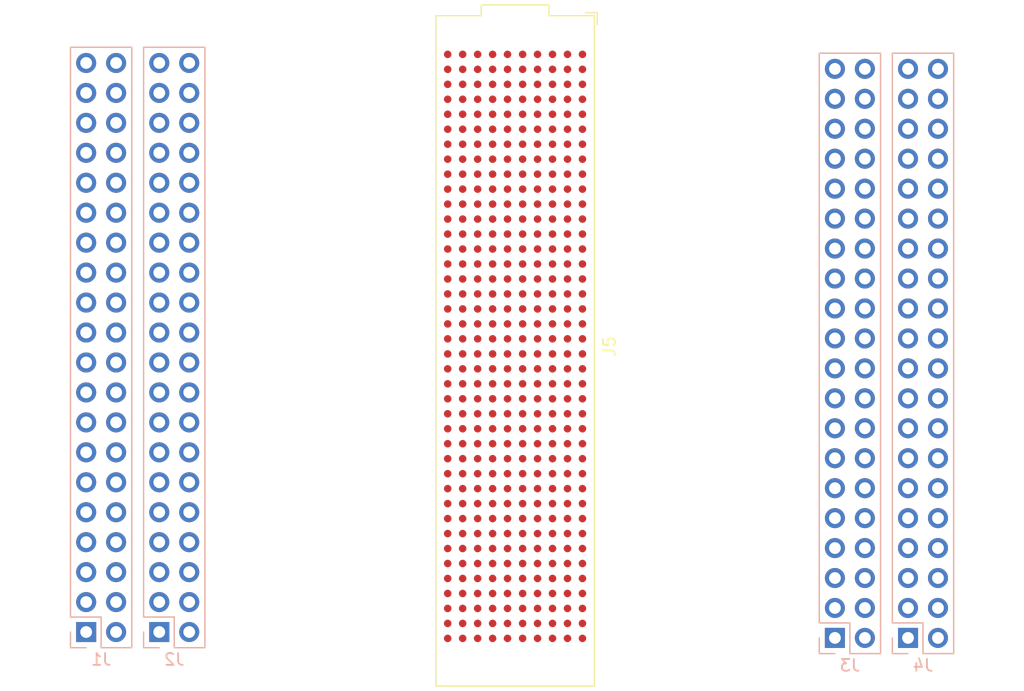
<source format=kicad_pcb>
(kicad_pcb (version 20171130) (host pcbnew 5.0.0-rc3-6a2723a~65~ubuntu16.04.1)

  (general
    (thickness 1.6)
    (drawings 0)
    (tracks 0)
    (zones 0)
    (modules 5)
    (nets 1)
  )

  (page A4)
  (layers
    (0 F.Cu signal)
    (31 B.Cu signal)
    (32 B.Adhes user)
    (33 F.Adhes user)
    (34 B.Paste user)
    (35 F.Paste user)
    (36 B.SilkS user)
    (37 F.SilkS user)
    (38 B.Mask user)
    (39 F.Mask user)
    (40 Dwgs.User user)
    (41 Cmts.User user)
    (42 Eco1.User user)
    (43 Eco2.User user)
    (44 Edge.Cuts user)
    (45 Margin user)
    (46 B.CrtYd user)
    (47 F.CrtYd user)
    (48 B.Fab user)
    (49 F.Fab user)
  )

  (setup
    (last_trace_width 0.25)
    (trace_clearance 0.2)
    (zone_clearance 0.508)
    (zone_45_only no)
    (trace_min 0.2)
    (segment_width 0.2)
    (edge_width 0.15)
    (via_size 0.8)
    (via_drill 0.4)
    (via_min_size 0.4)
    (via_min_drill 0.3)
    (uvia_size 0.3)
    (uvia_drill 0.1)
    (uvias_allowed no)
    (uvia_min_size 0.2)
    (uvia_min_drill 0.1)
    (pcb_text_width 0.3)
    (pcb_text_size 1.5 1.5)
    (mod_edge_width 0.15)
    (mod_text_size 1 1)
    (mod_text_width 0.15)
    (pad_size 1.524 1.524)
    (pad_drill 0.762)
    (pad_to_mask_clearance 0.2)
    (aux_axis_origin 0 0)
    (visible_elements FFFFFF7F)
    (pcbplotparams
      (layerselection 0x010fc_ffffffff)
      (usegerberextensions false)
      (usegerberattributes false)
      (usegerberadvancedattributes false)
      (creategerberjobfile false)
      (excludeedgelayer true)
      (linewidth 0.100000)
      (plotframeref false)
      (viasonmask false)
      (mode 1)
      (useauxorigin false)
      (hpglpennumber 1)
      (hpglpenspeed 20)
      (hpglpendiameter 15.000000)
      (psnegative false)
      (psa4output false)
      (plotreference true)
      (plotvalue true)
      (plotinvisibletext false)
      (padsonsilk false)
      (subtractmaskfromsilk false)
      (outputformat 1)
      (mirror false)
      (drillshape 1)
      (scaleselection 1)
      (outputdirectory ""))
  )

  (net 0 "")

  (net_class Default "This is the default net class."
    (clearance 0.2)
    (trace_width 0.25)
    (via_dia 0.8)
    (via_drill 0.4)
    (uvia_dia 0.3)
    (uvia_drill 0.1)
  )

  (module Connector_PinHeader_2.54mm:PinHeader_2x20_P2.54mm_Vertical (layer B.Cu) (tedit 59FED5CC) (tstamp 5CACB149)
    (at 111.125001 127.225001)
    (descr "Through hole straight pin header, 2x20, 2.54mm pitch, double rows")
    (tags "Through hole pin header THT 2x20 2.54mm double row")
    (path /5CA0FCBC/5CA0FC00)
    (fp_text reference J1 (at 1.27 2.33) (layer B.SilkS)
      (effects (font (size 1 1) (thickness 0.15)) (justify mirror))
    )
    (fp_text value Conn_02x20_Odd_Even (at 1.27 -50.59) (layer B.Fab)
      (effects (font (size 1 1) (thickness 0.15)) (justify mirror))
    )
    (fp_line (start 0 1.27) (end 3.81 1.27) (layer B.Fab) (width 0.1))
    (fp_line (start 3.81 1.27) (end 3.81 -49.53) (layer B.Fab) (width 0.1))
    (fp_line (start 3.81 -49.53) (end -1.27 -49.53) (layer B.Fab) (width 0.1))
    (fp_line (start -1.27 -49.53) (end -1.27 0) (layer B.Fab) (width 0.1))
    (fp_line (start -1.27 0) (end 0 1.27) (layer B.Fab) (width 0.1))
    (fp_line (start -1.33 -49.59) (end 3.87 -49.59) (layer B.SilkS) (width 0.12))
    (fp_line (start -1.33 -1.27) (end -1.33 -49.59) (layer B.SilkS) (width 0.12))
    (fp_line (start 3.87 1.33) (end 3.87 -49.59) (layer B.SilkS) (width 0.12))
    (fp_line (start -1.33 -1.27) (end 1.27 -1.27) (layer B.SilkS) (width 0.12))
    (fp_line (start 1.27 -1.27) (end 1.27 1.33) (layer B.SilkS) (width 0.12))
    (fp_line (start 1.27 1.33) (end 3.87 1.33) (layer B.SilkS) (width 0.12))
    (fp_line (start -1.33 0) (end -1.33 1.33) (layer B.SilkS) (width 0.12))
    (fp_line (start -1.33 1.33) (end 0 1.33) (layer B.SilkS) (width 0.12))
    (fp_line (start -1.8 1.8) (end -1.8 -50.05) (layer B.CrtYd) (width 0.05))
    (fp_line (start -1.8 -50.05) (end 4.35 -50.05) (layer B.CrtYd) (width 0.05))
    (fp_line (start 4.35 -50.05) (end 4.35 1.8) (layer B.CrtYd) (width 0.05))
    (fp_line (start 4.35 1.8) (end -1.8 1.8) (layer B.CrtYd) (width 0.05))
    (fp_text user %R (at 1.27 -24.13 -90) (layer B.Fab)
      (effects (font (size 1 1) (thickness 0.15)) (justify mirror))
    )
    (pad 1 thru_hole rect (at 0 0) (size 1.7 1.7) (drill 1) (layers *.Cu *.Mask))
    (pad 2 thru_hole oval (at 2.54 0) (size 1.7 1.7) (drill 1) (layers *.Cu *.Mask))
    (pad 3 thru_hole oval (at 0 -2.54) (size 1.7 1.7) (drill 1) (layers *.Cu *.Mask))
    (pad 4 thru_hole oval (at 2.54 -2.54) (size 1.7 1.7) (drill 1) (layers *.Cu *.Mask))
    (pad 5 thru_hole oval (at 0 -5.08) (size 1.7 1.7) (drill 1) (layers *.Cu *.Mask))
    (pad 6 thru_hole oval (at 2.54 -5.08) (size 1.7 1.7) (drill 1) (layers *.Cu *.Mask))
    (pad 7 thru_hole oval (at 0 -7.62) (size 1.7 1.7) (drill 1) (layers *.Cu *.Mask))
    (pad 8 thru_hole oval (at 2.54 -7.62) (size 1.7 1.7) (drill 1) (layers *.Cu *.Mask))
    (pad 9 thru_hole oval (at 0 -10.16) (size 1.7 1.7) (drill 1) (layers *.Cu *.Mask))
    (pad 10 thru_hole oval (at 2.54 -10.16) (size 1.7 1.7) (drill 1) (layers *.Cu *.Mask))
    (pad 11 thru_hole oval (at 0 -12.7) (size 1.7 1.7) (drill 1) (layers *.Cu *.Mask))
    (pad 12 thru_hole oval (at 2.54 -12.7) (size 1.7 1.7) (drill 1) (layers *.Cu *.Mask))
    (pad 13 thru_hole oval (at 0 -15.24) (size 1.7 1.7) (drill 1) (layers *.Cu *.Mask))
    (pad 14 thru_hole oval (at 2.54 -15.24) (size 1.7 1.7) (drill 1) (layers *.Cu *.Mask))
    (pad 15 thru_hole oval (at 0 -17.78) (size 1.7 1.7) (drill 1) (layers *.Cu *.Mask))
    (pad 16 thru_hole oval (at 2.54 -17.78) (size 1.7 1.7) (drill 1) (layers *.Cu *.Mask))
    (pad 17 thru_hole oval (at 0 -20.32) (size 1.7 1.7) (drill 1) (layers *.Cu *.Mask))
    (pad 18 thru_hole oval (at 2.54 -20.32) (size 1.7 1.7) (drill 1) (layers *.Cu *.Mask))
    (pad 19 thru_hole oval (at 0 -22.86) (size 1.7 1.7) (drill 1) (layers *.Cu *.Mask))
    (pad 20 thru_hole oval (at 2.54 -22.86) (size 1.7 1.7) (drill 1) (layers *.Cu *.Mask))
    (pad 21 thru_hole oval (at 0 -25.4) (size 1.7 1.7) (drill 1) (layers *.Cu *.Mask))
    (pad 22 thru_hole oval (at 2.54 -25.4) (size 1.7 1.7) (drill 1) (layers *.Cu *.Mask))
    (pad 23 thru_hole oval (at 0 -27.94) (size 1.7 1.7) (drill 1) (layers *.Cu *.Mask))
    (pad 24 thru_hole oval (at 2.54 -27.94) (size 1.7 1.7) (drill 1) (layers *.Cu *.Mask))
    (pad 25 thru_hole oval (at 0 -30.48) (size 1.7 1.7) (drill 1) (layers *.Cu *.Mask))
    (pad 26 thru_hole oval (at 2.54 -30.48) (size 1.7 1.7) (drill 1) (layers *.Cu *.Mask))
    (pad 27 thru_hole oval (at 0 -33.02) (size 1.7 1.7) (drill 1) (layers *.Cu *.Mask))
    (pad 28 thru_hole oval (at 2.54 -33.02) (size 1.7 1.7) (drill 1) (layers *.Cu *.Mask))
    (pad 29 thru_hole oval (at 0 -35.56) (size 1.7 1.7) (drill 1) (layers *.Cu *.Mask))
    (pad 30 thru_hole oval (at 2.54 -35.56) (size 1.7 1.7) (drill 1) (layers *.Cu *.Mask))
    (pad 31 thru_hole oval (at 0 -38.1) (size 1.7 1.7) (drill 1) (layers *.Cu *.Mask))
    (pad 32 thru_hole oval (at 2.54 -38.1) (size 1.7 1.7) (drill 1) (layers *.Cu *.Mask))
    (pad 33 thru_hole oval (at 0 -40.64) (size 1.7 1.7) (drill 1) (layers *.Cu *.Mask))
    (pad 34 thru_hole oval (at 2.54 -40.64) (size 1.7 1.7) (drill 1) (layers *.Cu *.Mask))
    (pad 35 thru_hole oval (at 0 -43.18) (size 1.7 1.7) (drill 1) (layers *.Cu *.Mask))
    (pad 36 thru_hole oval (at 2.54 -43.18) (size 1.7 1.7) (drill 1) (layers *.Cu *.Mask))
    (pad 37 thru_hole oval (at 0 -45.72) (size 1.7 1.7) (drill 1) (layers *.Cu *.Mask))
    (pad 38 thru_hole oval (at 2.54 -45.72) (size 1.7 1.7) (drill 1) (layers *.Cu *.Mask))
    (pad 39 thru_hole oval (at 0 -48.26) (size 1.7 1.7) (drill 1) (layers *.Cu *.Mask))
    (pad 40 thru_hole oval (at 2.54 -48.26) (size 1.7 1.7) (drill 1) (layers *.Cu *.Mask))
    (model ${KISYS3DMOD}/Connector_PinHeader_2.54mm.3dshapes/PinHeader_2x20_P2.54mm_Vertical.wrl
      (at (xyz 0 0 0))
      (scale (xyz 1 1 1))
      (rotate (xyz 0 0 0))
    )
  )

  (module Connector_PinHeader_2.54mm:PinHeader_2x20_P2.54mm_Vertical (layer B.Cu) (tedit 59FED5CC) (tstamp 5CACB187)
    (at 117.325001 127.225001)
    (descr "Through hole straight pin header, 2x20, 2.54mm pitch, double rows")
    (tags "Through hole pin header THT 2x20 2.54mm double row")
    (path /5CA0FCBC/5CA0FCB9)
    (fp_text reference J2 (at 1.27 2.33) (layer B.SilkS)
      (effects (font (size 1 1) (thickness 0.15)) (justify mirror))
    )
    (fp_text value Conn_02x20_Odd_Even (at 1.27 -50.59) (layer B.Fab)
      (effects (font (size 1 1) (thickness 0.15)) (justify mirror))
    )
    (fp_text user %R (at 1.27 -24.13 -90) (layer B.Fab)
      (effects (font (size 1 1) (thickness 0.15)) (justify mirror))
    )
    (fp_line (start 4.35 1.8) (end -1.8 1.8) (layer B.CrtYd) (width 0.05))
    (fp_line (start 4.35 -50.05) (end 4.35 1.8) (layer B.CrtYd) (width 0.05))
    (fp_line (start -1.8 -50.05) (end 4.35 -50.05) (layer B.CrtYd) (width 0.05))
    (fp_line (start -1.8 1.8) (end -1.8 -50.05) (layer B.CrtYd) (width 0.05))
    (fp_line (start -1.33 1.33) (end 0 1.33) (layer B.SilkS) (width 0.12))
    (fp_line (start -1.33 0) (end -1.33 1.33) (layer B.SilkS) (width 0.12))
    (fp_line (start 1.27 1.33) (end 3.87 1.33) (layer B.SilkS) (width 0.12))
    (fp_line (start 1.27 -1.27) (end 1.27 1.33) (layer B.SilkS) (width 0.12))
    (fp_line (start -1.33 -1.27) (end 1.27 -1.27) (layer B.SilkS) (width 0.12))
    (fp_line (start 3.87 1.33) (end 3.87 -49.59) (layer B.SilkS) (width 0.12))
    (fp_line (start -1.33 -1.27) (end -1.33 -49.59) (layer B.SilkS) (width 0.12))
    (fp_line (start -1.33 -49.59) (end 3.87 -49.59) (layer B.SilkS) (width 0.12))
    (fp_line (start -1.27 0) (end 0 1.27) (layer B.Fab) (width 0.1))
    (fp_line (start -1.27 -49.53) (end -1.27 0) (layer B.Fab) (width 0.1))
    (fp_line (start 3.81 -49.53) (end -1.27 -49.53) (layer B.Fab) (width 0.1))
    (fp_line (start 3.81 1.27) (end 3.81 -49.53) (layer B.Fab) (width 0.1))
    (fp_line (start 0 1.27) (end 3.81 1.27) (layer B.Fab) (width 0.1))
    (pad 40 thru_hole oval (at 2.54 -48.26) (size 1.7 1.7) (drill 1) (layers *.Cu *.Mask))
    (pad 39 thru_hole oval (at 0 -48.26) (size 1.7 1.7) (drill 1) (layers *.Cu *.Mask))
    (pad 38 thru_hole oval (at 2.54 -45.72) (size 1.7 1.7) (drill 1) (layers *.Cu *.Mask))
    (pad 37 thru_hole oval (at 0 -45.72) (size 1.7 1.7) (drill 1) (layers *.Cu *.Mask))
    (pad 36 thru_hole oval (at 2.54 -43.18) (size 1.7 1.7) (drill 1) (layers *.Cu *.Mask))
    (pad 35 thru_hole oval (at 0 -43.18) (size 1.7 1.7) (drill 1) (layers *.Cu *.Mask))
    (pad 34 thru_hole oval (at 2.54 -40.64) (size 1.7 1.7) (drill 1) (layers *.Cu *.Mask))
    (pad 33 thru_hole oval (at 0 -40.64) (size 1.7 1.7) (drill 1) (layers *.Cu *.Mask))
    (pad 32 thru_hole oval (at 2.54 -38.1) (size 1.7 1.7) (drill 1) (layers *.Cu *.Mask))
    (pad 31 thru_hole oval (at 0 -38.1) (size 1.7 1.7) (drill 1) (layers *.Cu *.Mask))
    (pad 30 thru_hole oval (at 2.54 -35.56) (size 1.7 1.7) (drill 1) (layers *.Cu *.Mask))
    (pad 29 thru_hole oval (at 0 -35.56) (size 1.7 1.7) (drill 1) (layers *.Cu *.Mask))
    (pad 28 thru_hole oval (at 2.54 -33.02) (size 1.7 1.7) (drill 1) (layers *.Cu *.Mask))
    (pad 27 thru_hole oval (at 0 -33.02) (size 1.7 1.7) (drill 1) (layers *.Cu *.Mask))
    (pad 26 thru_hole oval (at 2.54 -30.48) (size 1.7 1.7) (drill 1) (layers *.Cu *.Mask))
    (pad 25 thru_hole oval (at 0 -30.48) (size 1.7 1.7) (drill 1) (layers *.Cu *.Mask))
    (pad 24 thru_hole oval (at 2.54 -27.94) (size 1.7 1.7) (drill 1) (layers *.Cu *.Mask))
    (pad 23 thru_hole oval (at 0 -27.94) (size 1.7 1.7) (drill 1) (layers *.Cu *.Mask))
    (pad 22 thru_hole oval (at 2.54 -25.4) (size 1.7 1.7) (drill 1) (layers *.Cu *.Mask))
    (pad 21 thru_hole oval (at 0 -25.4) (size 1.7 1.7) (drill 1) (layers *.Cu *.Mask))
    (pad 20 thru_hole oval (at 2.54 -22.86) (size 1.7 1.7) (drill 1) (layers *.Cu *.Mask))
    (pad 19 thru_hole oval (at 0 -22.86) (size 1.7 1.7) (drill 1) (layers *.Cu *.Mask))
    (pad 18 thru_hole oval (at 2.54 -20.32) (size 1.7 1.7) (drill 1) (layers *.Cu *.Mask))
    (pad 17 thru_hole oval (at 0 -20.32) (size 1.7 1.7) (drill 1) (layers *.Cu *.Mask))
    (pad 16 thru_hole oval (at 2.54 -17.78) (size 1.7 1.7) (drill 1) (layers *.Cu *.Mask))
    (pad 15 thru_hole oval (at 0 -17.78) (size 1.7 1.7) (drill 1) (layers *.Cu *.Mask))
    (pad 14 thru_hole oval (at 2.54 -15.24) (size 1.7 1.7) (drill 1) (layers *.Cu *.Mask))
    (pad 13 thru_hole oval (at 0 -15.24) (size 1.7 1.7) (drill 1) (layers *.Cu *.Mask))
    (pad 12 thru_hole oval (at 2.54 -12.7) (size 1.7 1.7) (drill 1) (layers *.Cu *.Mask))
    (pad 11 thru_hole oval (at 0 -12.7) (size 1.7 1.7) (drill 1) (layers *.Cu *.Mask))
    (pad 10 thru_hole oval (at 2.54 -10.16) (size 1.7 1.7) (drill 1) (layers *.Cu *.Mask))
    (pad 9 thru_hole oval (at 0 -10.16) (size 1.7 1.7) (drill 1) (layers *.Cu *.Mask))
    (pad 8 thru_hole oval (at 2.54 -7.62) (size 1.7 1.7) (drill 1) (layers *.Cu *.Mask))
    (pad 7 thru_hole oval (at 0 -7.62) (size 1.7 1.7) (drill 1) (layers *.Cu *.Mask))
    (pad 6 thru_hole oval (at 2.54 -5.08) (size 1.7 1.7) (drill 1) (layers *.Cu *.Mask))
    (pad 5 thru_hole oval (at 0 -5.08) (size 1.7 1.7) (drill 1) (layers *.Cu *.Mask))
    (pad 4 thru_hole oval (at 2.54 -2.54) (size 1.7 1.7) (drill 1) (layers *.Cu *.Mask))
    (pad 3 thru_hole oval (at 0 -2.54) (size 1.7 1.7) (drill 1) (layers *.Cu *.Mask))
    (pad 2 thru_hole oval (at 2.54 0) (size 1.7 1.7) (drill 1) (layers *.Cu *.Mask))
    (pad 1 thru_hole rect (at 0 0) (size 1.7 1.7) (drill 1) (layers *.Cu *.Mask))
    (model ${KISYS3DMOD}/Connector_PinHeader_2.54mm.3dshapes/PinHeader_2x20_P2.54mm_Vertical.wrl
      (at (xyz 0 0 0))
      (scale (xyz 1 1 1))
      (rotate (xyz 0 0 0))
    )
  )

  (module Connector_PinHeader_2.54mm:PinHeader_2x20_P2.54mm_Vertical (layer B.Cu) (tedit 59FED5CC) (tstamp 5CACB1C5)
    (at 174.625001 127.725001)
    (descr "Through hole straight pin header, 2x20, 2.54mm pitch, double rows")
    (tags "Through hole pin header THT 2x20 2.54mm double row")
    (path /5CA0FCBC/5CA0FD17)
    (fp_text reference J3 (at 1.27 2.33) (layer B.SilkS)
      (effects (font (size 1 1) (thickness 0.15)) (justify mirror))
    )
    (fp_text value Conn_02x20_Odd_Even (at 1.27 -50.59) (layer B.Fab)
      (effects (font (size 1 1) (thickness 0.15)) (justify mirror))
    )
    (fp_line (start 0 1.27) (end 3.81 1.27) (layer B.Fab) (width 0.1))
    (fp_line (start 3.81 1.27) (end 3.81 -49.53) (layer B.Fab) (width 0.1))
    (fp_line (start 3.81 -49.53) (end -1.27 -49.53) (layer B.Fab) (width 0.1))
    (fp_line (start -1.27 -49.53) (end -1.27 0) (layer B.Fab) (width 0.1))
    (fp_line (start -1.27 0) (end 0 1.27) (layer B.Fab) (width 0.1))
    (fp_line (start -1.33 -49.59) (end 3.87 -49.59) (layer B.SilkS) (width 0.12))
    (fp_line (start -1.33 -1.27) (end -1.33 -49.59) (layer B.SilkS) (width 0.12))
    (fp_line (start 3.87 1.33) (end 3.87 -49.59) (layer B.SilkS) (width 0.12))
    (fp_line (start -1.33 -1.27) (end 1.27 -1.27) (layer B.SilkS) (width 0.12))
    (fp_line (start 1.27 -1.27) (end 1.27 1.33) (layer B.SilkS) (width 0.12))
    (fp_line (start 1.27 1.33) (end 3.87 1.33) (layer B.SilkS) (width 0.12))
    (fp_line (start -1.33 0) (end -1.33 1.33) (layer B.SilkS) (width 0.12))
    (fp_line (start -1.33 1.33) (end 0 1.33) (layer B.SilkS) (width 0.12))
    (fp_line (start -1.8 1.8) (end -1.8 -50.05) (layer B.CrtYd) (width 0.05))
    (fp_line (start -1.8 -50.05) (end 4.35 -50.05) (layer B.CrtYd) (width 0.05))
    (fp_line (start 4.35 -50.05) (end 4.35 1.8) (layer B.CrtYd) (width 0.05))
    (fp_line (start 4.35 1.8) (end -1.8 1.8) (layer B.CrtYd) (width 0.05))
    (fp_text user %R (at 1.27 -24.13 -90) (layer B.Fab)
      (effects (font (size 1 1) (thickness 0.15)) (justify mirror))
    )
    (pad 1 thru_hole rect (at 0 0) (size 1.7 1.7) (drill 1) (layers *.Cu *.Mask))
    (pad 2 thru_hole oval (at 2.54 0) (size 1.7 1.7) (drill 1) (layers *.Cu *.Mask))
    (pad 3 thru_hole oval (at 0 -2.54) (size 1.7 1.7) (drill 1) (layers *.Cu *.Mask))
    (pad 4 thru_hole oval (at 2.54 -2.54) (size 1.7 1.7) (drill 1) (layers *.Cu *.Mask))
    (pad 5 thru_hole oval (at 0 -5.08) (size 1.7 1.7) (drill 1) (layers *.Cu *.Mask))
    (pad 6 thru_hole oval (at 2.54 -5.08) (size 1.7 1.7) (drill 1) (layers *.Cu *.Mask))
    (pad 7 thru_hole oval (at 0 -7.62) (size 1.7 1.7) (drill 1) (layers *.Cu *.Mask))
    (pad 8 thru_hole oval (at 2.54 -7.62) (size 1.7 1.7) (drill 1) (layers *.Cu *.Mask))
    (pad 9 thru_hole oval (at 0 -10.16) (size 1.7 1.7) (drill 1) (layers *.Cu *.Mask))
    (pad 10 thru_hole oval (at 2.54 -10.16) (size 1.7 1.7) (drill 1) (layers *.Cu *.Mask))
    (pad 11 thru_hole oval (at 0 -12.7) (size 1.7 1.7) (drill 1) (layers *.Cu *.Mask))
    (pad 12 thru_hole oval (at 2.54 -12.7) (size 1.7 1.7) (drill 1) (layers *.Cu *.Mask))
    (pad 13 thru_hole oval (at 0 -15.24) (size 1.7 1.7) (drill 1) (layers *.Cu *.Mask))
    (pad 14 thru_hole oval (at 2.54 -15.24) (size 1.7 1.7) (drill 1) (layers *.Cu *.Mask))
    (pad 15 thru_hole oval (at 0 -17.78) (size 1.7 1.7) (drill 1) (layers *.Cu *.Mask))
    (pad 16 thru_hole oval (at 2.54 -17.78) (size 1.7 1.7) (drill 1) (layers *.Cu *.Mask))
    (pad 17 thru_hole oval (at 0 -20.32) (size 1.7 1.7) (drill 1) (layers *.Cu *.Mask))
    (pad 18 thru_hole oval (at 2.54 -20.32) (size 1.7 1.7) (drill 1) (layers *.Cu *.Mask))
    (pad 19 thru_hole oval (at 0 -22.86) (size 1.7 1.7) (drill 1) (layers *.Cu *.Mask))
    (pad 20 thru_hole oval (at 2.54 -22.86) (size 1.7 1.7) (drill 1) (layers *.Cu *.Mask))
    (pad 21 thru_hole oval (at 0 -25.4) (size 1.7 1.7) (drill 1) (layers *.Cu *.Mask))
    (pad 22 thru_hole oval (at 2.54 -25.4) (size 1.7 1.7) (drill 1) (layers *.Cu *.Mask))
    (pad 23 thru_hole oval (at 0 -27.94) (size 1.7 1.7) (drill 1) (layers *.Cu *.Mask))
    (pad 24 thru_hole oval (at 2.54 -27.94) (size 1.7 1.7) (drill 1) (layers *.Cu *.Mask))
    (pad 25 thru_hole oval (at 0 -30.48) (size 1.7 1.7) (drill 1) (layers *.Cu *.Mask))
    (pad 26 thru_hole oval (at 2.54 -30.48) (size 1.7 1.7) (drill 1) (layers *.Cu *.Mask))
    (pad 27 thru_hole oval (at 0 -33.02) (size 1.7 1.7) (drill 1) (layers *.Cu *.Mask))
    (pad 28 thru_hole oval (at 2.54 -33.02) (size 1.7 1.7) (drill 1) (layers *.Cu *.Mask))
    (pad 29 thru_hole oval (at 0 -35.56) (size 1.7 1.7) (drill 1) (layers *.Cu *.Mask))
    (pad 30 thru_hole oval (at 2.54 -35.56) (size 1.7 1.7) (drill 1) (layers *.Cu *.Mask))
    (pad 31 thru_hole oval (at 0 -38.1) (size 1.7 1.7) (drill 1) (layers *.Cu *.Mask))
    (pad 32 thru_hole oval (at 2.54 -38.1) (size 1.7 1.7) (drill 1) (layers *.Cu *.Mask))
    (pad 33 thru_hole oval (at 0 -40.64) (size 1.7 1.7) (drill 1) (layers *.Cu *.Mask))
    (pad 34 thru_hole oval (at 2.54 -40.64) (size 1.7 1.7) (drill 1) (layers *.Cu *.Mask))
    (pad 35 thru_hole oval (at 0 -43.18) (size 1.7 1.7) (drill 1) (layers *.Cu *.Mask))
    (pad 36 thru_hole oval (at 2.54 -43.18) (size 1.7 1.7) (drill 1) (layers *.Cu *.Mask))
    (pad 37 thru_hole oval (at 0 -45.72) (size 1.7 1.7) (drill 1) (layers *.Cu *.Mask))
    (pad 38 thru_hole oval (at 2.54 -45.72) (size 1.7 1.7) (drill 1) (layers *.Cu *.Mask))
    (pad 39 thru_hole oval (at 0 -48.26) (size 1.7 1.7) (drill 1) (layers *.Cu *.Mask))
    (pad 40 thru_hole oval (at 2.54 -48.26) (size 1.7 1.7) (drill 1) (layers *.Cu *.Mask))
    (model ${KISYS3DMOD}/Connector_PinHeader_2.54mm.3dshapes/PinHeader_2x20_P2.54mm_Vertical.wrl
      (at (xyz 0 0 0))
      (scale (xyz 1 1 1))
      (rotate (xyz 0 0 0))
    )
  )

  (module Connector_PinHeader_2.54mm:PinHeader_2x20_P2.54mm_Vertical (layer B.Cu) (tedit 59FED5CC) (tstamp 5CACB203)
    (at 180.825001 127.725001)
    (descr "Through hole straight pin header, 2x20, 2.54mm pitch, double rows")
    (tags "Through hole pin header THT 2x20 2.54mm double row")
    (path /5CA0FCBC/5CA0FDAA)
    (fp_text reference J4 (at 1.27 2.33) (layer B.SilkS)
      (effects (font (size 1 1) (thickness 0.15)) (justify mirror))
    )
    (fp_text value Conn_02x20_Odd_Even (at 1.27 -50.59) (layer B.Fab)
      (effects (font (size 1 1) (thickness 0.15)) (justify mirror))
    )
    (fp_text user %R (at 1.27 -24.13 -90) (layer B.Fab)
      (effects (font (size 1 1) (thickness 0.15)) (justify mirror))
    )
    (fp_line (start 4.35 1.8) (end -1.8 1.8) (layer B.CrtYd) (width 0.05))
    (fp_line (start 4.35 -50.05) (end 4.35 1.8) (layer B.CrtYd) (width 0.05))
    (fp_line (start -1.8 -50.05) (end 4.35 -50.05) (layer B.CrtYd) (width 0.05))
    (fp_line (start -1.8 1.8) (end -1.8 -50.05) (layer B.CrtYd) (width 0.05))
    (fp_line (start -1.33 1.33) (end 0 1.33) (layer B.SilkS) (width 0.12))
    (fp_line (start -1.33 0) (end -1.33 1.33) (layer B.SilkS) (width 0.12))
    (fp_line (start 1.27 1.33) (end 3.87 1.33) (layer B.SilkS) (width 0.12))
    (fp_line (start 1.27 -1.27) (end 1.27 1.33) (layer B.SilkS) (width 0.12))
    (fp_line (start -1.33 -1.27) (end 1.27 -1.27) (layer B.SilkS) (width 0.12))
    (fp_line (start 3.87 1.33) (end 3.87 -49.59) (layer B.SilkS) (width 0.12))
    (fp_line (start -1.33 -1.27) (end -1.33 -49.59) (layer B.SilkS) (width 0.12))
    (fp_line (start -1.33 -49.59) (end 3.87 -49.59) (layer B.SilkS) (width 0.12))
    (fp_line (start -1.27 0) (end 0 1.27) (layer B.Fab) (width 0.1))
    (fp_line (start -1.27 -49.53) (end -1.27 0) (layer B.Fab) (width 0.1))
    (fp_line (start 3.81 -49.53) (end -1.27 -49.53) (layer B.Fab) (width 0.1))
    (fp_line (start 3.81 1.27) (end 3.81 -49.53) (layer B.Fab) (width 0.1))
    (fp_line (start 0 1.27) (end 3.81 1.27) (layer B.Fab) (width 0.1))
    (pad 40 thru_hole oval (at 2.54 -48.26) (size 1.7 1.7) (drill 1) (layers *.Cu *.Mask))
    (pad 39 thru_hole oval (at 0 -48.26) (size 1.7 1.7) (drill 1) (layers *.Cu *.Mask))
    (pad 38 thru_hole oval (at 2.54 -45.72) (size 1.7 1.7) (drill 1) (layers *.Cu *.Mask))
    (pad 37 thru_hole oval (at 0 -45.72) (size 1.7 1.7) (drill 1) (layers *.Cu *.Mask))
    (pad 36 thru_hole oval (at 2.54 -43.18) (size 1.7 1.7) (drill 1) (layers *.Cu *.Mask))
    (pad 35 thru_hole oval (at 0 -43.18) (size 1.7 1.7) (drill 1) (layers *.Cu *.Mask))
    (pad 34 thru_hole oval (at 2.54 -40.64) (size 1.7 1.7) (drill 1) (layers *.Cu *.Mask))
    (pad 33 thru_hole oval (at 0 -40.64) (size 1.7 1.7) (drill 1) (layers *.Cu *.Mask))
    (pad 32 thru_hole oval (at 2.54 -38.1) (size 1.7 1.7) (drill 1) (layers *.Cu *.Mask))
    (pad 31 thru_hole oval (at 0 -38.1) (size 1.7 1.7) (drill 1) (layers *.Cu *.Mask))
    (pad 30 thru_hole oval (at 2.54 -35.56) (size 1.7 1.7) (drill 1) (layers *.Cu *.Mask))
    (pad 29 thru_hole oval (at 0 -35.56) (size 1.7 1.7) (drill 1) (layers *.Cu *.Mask))
    (pad 28 thru_hole oval (at 2.54 -33.02) (size 1.7 1.7) (drill 1) (layers *.Cu *.Mask))
    (pad 27 thru_hole oval (at 0 -33.02) (size 1.7 1.7) (drill 1) (layers *.Cu *.Mask))
    (pad 26 thru_hole oval (at 2.54 -30.48) (size 1.7 1.7) (drill 1) (layers *.Cu *.Mask))
    (pad 25 thru_hole oval (at 0 -30.48) (size 1.7 1.7) (drill 1) (layers *.Cu *.Mask))
    (pad 24 thru_hole oval (at 2.54 -27.94) (size 1.7 1.7) (drill 1) (layers *.Cu *.Mask))
    (pad 23 thru_hole oval (at 0 -27.94) (size 1.7 1.7) (drill 1) (layers *.Cu *.Mask))
    (pad 22 thru_hole oval (at 2.54 -25.4) (size 1.7 1.7) (drill 1) (layers *.Cu *.Mask))
    (pad 21 thru_hole oval (at 0 -25.4) (size 1.7 1.7) (drill 1) (layers *.Cu *.Mask))
    (pad 20 thru_hole oval (at 2.54 -22.86) (size 1.7 1.7) (drill 1) (layers *.Cu *.Mask))
    (pad 19 thru_hole oval (at 0 -22.86) (size 1.7 1.7) (drill 1) (layers *.Cu *.Mask))
    (pad 18 thru_hole oval (at 2.54 -20.32) (size 1.7 1.7) (drill 1) (layers *.Cu *.Mask))
    (pad 17 thru_hole oval (at 0 -20.32) (size 1.7 1.7) (drill 1) (layers *.Cu *.Mask))
    (pad 16 thru_hole oval (at 2.54 -17.78) (size 1.7 1.7) (drill 1) (layers *.Cu *.Mask))
    (pad 15 thru_hole oval (at 0 -17.78) (size 1.7 1.7) (drill 1) (layers *.Cu *.Mask))
    (pad 14 thru_hole oval (at 2.54 -15.24) (size 1.7 1.7) (drill 1) (layers *.Cu *.Mask))
    (pad 13 thru_hole oval (at 0 -15.24) (size 1.7 1.7) (drill 1) (layers *.Cu *.Mask))
    (pad 12 thru_hole oval (at 2.54 -12.7) (size 1.7 1.7) (drill 1) (layers *.Cu *.Mask))
    (pad 11 thru_hole oval (at 0 -12.7) (size 1.7 1.7) (drill 1) (layers *.Cu *.Mask))
    (pad 10 thru_hole oval (at 2.54 -10.16) (size 1.7 1.7) (drill 1) (layers *.Cu *.Mask))
    (pad 9 thru_hole oval (at 0 -10.16) (size 1.7 1.7) (drill 1) (layers *.Cu *.Mask))
    (pad 8 thru_hole oval (at 2.54 -7.62) (size 1.7 1.7) (drill 1) (layers *.Cu *.Mask))
    (pad 7 thru_hole oval (at 0 -7.62) (size 1.7 1.7) (drill 1) (layers *.Cu *.Mask))
    (pad 6 thru_hole oval (at 2.54 -5.08) (size 1.7 1.7) (drill 1) (layers *.Cu *.Mask))
    (pad 5 thru_hole oval (at 0 -5.08) (size 1.7 1.7) (drill 1) (layers *.Cu *.Mask))
    (pad 4 thru_hole oval (at 2.54 -2.54) (size 1.7 1.7) (drill 1) (layers *.Cu *.Mask))
    (pad 3 thru_hole oval (at 0 -2.54) (size 1.7 1.7) (drill 1) (layers *.Cu *.Mask))
    (pad 2 thru_hole oval (at 2.54 0) (size 1.7 1.7) (drill 1) (layers *.Cu *.Mask))
    (pad 1 thru_hole rect (at 0 0) (size 1.7 1.7) (drill 1) (layers *.Cu *.Mask))
    (model ${KISYS3DMOD}/Connector_PinHeader_2.54mm.3dshapes/PinHeader_2x20_P2.54mm_Vertical.wrl
      (at (xyz 0 0 0))
      (scale (xyz 1 1 1))
      (rotate (xyz 0 0 0))
    )
  )

  (module Connector_Samtec:Samtec_FMC_ASP-134486-01_10x40_P1.27mm_Vertical (layer F.Cu) (tedit 5CA0D9B2) (tstamp 5CACB3B1)
    (at 147.5 103 270)
    (descr http://suddendocs.samtec.com/prints/asp-134486-01-mkt.pdf)
    (tags "FMC HPC")
    (path /5CA0FCF6/5CA10294)
    (attr smd)
    (fp_text reference J5 (at 0 -8 270) (layer F.SilkS)
      (effects (font (size 1 1) (thickness 0.15)))
    )
    (fp_text value Samtec_ASP-134486-01 (at 0 9 270) (layer F.Fab)
      (effects (font (size 1 1) (thickness 0.15)))
    )
    (fp_text user %R (at 0.14 0 270) (layer F.Fab)
      (effects (font (size 2 2) (thickness 0.15)))
    )
    (fp_line (start -28.3 -6.97) (end -28.3 -5.97) (layer F.SilkS) (width 0.12))
    (fp_line (start -27.3 -6.97) (end -28.3 -6.97) (layer F.SilkS) (width 0.12))
    (fp_line (start -29.35 -7.22) (end 29.2 -7.22) (layer F.CrtYd) (width 0.05))
    (fp_line (start -29.35 -7.22) (end -29.35 7.22) (layer F.CrtYd) (width 0.05))
    (fp_line (start -29.35 7.22) (end 29.2 7.22) (layer F.CrtYd) (width 0.05))
    (fp_line (start 29.2 -7.22) (end 29.2 7.22) (layer F.CrtYd) (width 0.05))
    (fp_line (start -28.04 -6.72) (end 28.81 -6.72) (layer F.SilkS) (width 0.12))
    (fp_line (start -28.04 -2.87) (end -28.04 -6.72) (layer F.SilkS) (width 0.12))
    (fp_line (start -28.93 -2.87) (end -28.07 -2.87) (layer F.SilkS) (width 0.12))
    (fp_line (start -28.96 2.87) (end -28.96 -2.87) (layer F.SilkS) (width 0.12))
    (fp_line (start -28.04 2.87) (end -28.96 2.87) (layer F.SilkS) (width 0.12))
    (fp_line (start -28.04 6.72) (end -28.04 2.87) (layer F.SilkS) (width 0.12))
    (fp_line (start 28.81 6.72) (end -28.04 6.72) (layer F.SilkS) (width 0.12))
    (fp_line (start 28.81 -6.72) (end 28.81 6.72) (layer F.SilkS) (width 0.12))
    (fp_line (start -26.95 -6.61) (end -27.93 -5.6) (layer F.Fab) (width 0.1))
    (fp_line (start -27.93 2.76) (end -27.93 6.61) (layer F.Fab) (width 0.1))
    (fp_line (start -27.93 -2.76) (end -27.93 -5.6) (layer F.Fab) (width 0.1))
    (fp_line (start -27.93 2.76) (end -28.85 2.76) (layer F.Fab) (width 0.1))
    (fp_line (start -28.85 -2.76) (end -28.85 2.76) (layer F.Fab) (width 0.1))
    (fp_line (start -27.93 -2.76) (end -28.85 -2.76) (layer F.Fab) (width 0.1))
    (fp_line (start 28.7 6.61) (end -27.93 6.61) (layer F.Fab) (width 0.1))
    (fp_line (start 28.7 -6.61) (end -26.95 -6.61) (layer F.Fab) (width 0.1))
    (fp_line (start 28.7 -6.61) (end 28.7 6.61) (layer F.Fab) (width 0.1))
    (pad C1 smd circle (at -24.765 -3.175 270) (size 0.64 0.64) (layers F.Cu F.Paste F.Mask))
    (pad C2 smd circle (at -23.495 -3.175 270) (size 0.64 0.64) (layers F.Cu F.Paste F.Mask))
    (pad C3 smd circle (at -22.225 -3.175 270) (size 0.64 0.64) (layers F.Cu F.Paste F.Mask))
    (pad C4 smd circle (at -20.955 -3.175 270) (size 0.64 0.64) (layers F.Cu F.Paste F.Mask))
    (pad C5 smd circle (at -19.685 -3.175 270) (size 0.64 0.64) (layers F.Cu F.Paste F.Mask))
    (pad C6 smd circle (at -18.415 -3.175 270) (size 0.64 0.64) (layers F.Cu F.Paste F.Mask))
    (pad C7 smd circle (at -17.145 -3.175 270) (size 0.64 0.64) (layers F.Cu F.Paste F.Mask))
    (pad C8 smd circle (at -15.875 -3.175 270) (size 0.64 0.64) (layers F.Cu F.Paste F.Mask))
    (pad C9 smd circle (at -14.605 -3.175 270) (size 0.64 0.64) (layers F.Cu F.Paste F.Mask))
    (pad C10 smd circle (at -13.335 -3.175 270) (size 0.64 0.64) (layers F.Cu F.Paste F.Mask))
    (pad C11 smd circle (at -12.065 -3.175 270) (size 0.64 0.64) (layers F.Cu F.Paste F.Mask))
    (pad C12 smd circle (at -10.795 -3.175 270) (size 0.64 0.64) (layers F.Cu F.Paste F.Mask))
    (pad C13 smd circle (at -9.525 -3.175 270) (size 0.64 0.64) (layers F.Cu F.Paste F.Mask))
    (pad C14 smd circle (at -8.255 -3.175 270) (size 0.64 0.64) (layers F.Cu F.Paste F.Mask))
    (pad C15 smd circle (at -6.985 -3.175 270) (size 0.64 0.64) (layers F.Cu F.Paste F.Mask))
    (pad C16 smd circle (at -5.715 -3.175 270) (size 0.64 0.64) (layers F.Cu F.Paste F.Mask))
    (pad C17 smd circle (at -4.445 -3.175 270) (size 0.64 0.64) (layers F.Cu F.Paste F.Mask))
    (pad C18 smd circle (at -3.175 -3.175 270) (size 0.64 0.64) (layers F.Cu F.Paste F.Mask))
    (pad C19 smd circle (at -1.905 -3.175 270) (size 0.64 0.64) (layers F.Cu F.Paste F.Mask))
    (pad C20 smd circle (at -0.64 -3.175 270) (size 0.64 0.64) (layers F.Cu F.Paste F.Mask))
    (pad C40 smd circle (at 24.765 -3.175 270) (size 0.64 0.64) (layers F.Cu F.Paste F.Mask))
    (pad C39 smd circle (at 23.495 -3.175 270) (size 0.64 0.64) (layers F.Cu F.Paste F.Mask))
    (pad C38 smd circle (at 22.225 -3.175 270) (size 0.64 0.64) (layers F.Cu F.Paste F.Mask))
    (pad C37 smd circle (at 20.955 -3.175 270) (size 0.64 0.64) (layers F.Cu F.Paste F.Mask))
    (pad C36 smd circle (at 19.685 -3.175 270) (size 0.64 0.64) (layers F.Cu F.Paste F.Mask))
    (pad C35 smd circle (at 18.415 -3.175 270) (size 0.64 0.64) (layers F.Cu F.Paste F.Mask))
    (pad C34 smd circle (at 17.145 -3.175 270) (size 0.64 0.64) (layers F.Cu F.Paste F.Mask))
    (pad C33 smd circle (at 15.875 -3.175 270) (size 0.64 0.64) (layers F.Cu F.Paste F.Mask))
    (pad C32 smd circle (at 14.605 -3.175 270) (size 0.64 0.64) (layers F.Cu F.Paste F.Mask))
    (pad C31 smd circle (at 13.335 -3.175 270) (size 0.64 0.64) (layers F.Cu F.Paste F.Mask))
    (pad C30 smd circle (at 12.065 -3.175 270) (size 0.64 0.64) (layers F.Cu F.Paste F.Mask))
    (pad C29 smd circle (at 10.795 -3.175 270) (size 0.64 0.64) (layers F.Cu F.Paste F.Mask))
    (pad C28 smd circle (at 9.525 -3.175 270) (size 0.64 0.64) (layers F.Cu F.Paste F.Mask))
    (pad C27 smd circle (at 8.255 -3.175 270) (size 0.64 0.64) (layers F.Cu F.Paste F.Mask))
    (pad C26 smd circle (at 6.985 -3.175 270) (size 0.64 0.64) (layers F.Cu F.Paste F.Mask))
    (pad C25 smd circle (at 5.715 -3.175 270) (size 0.64 0.64) (layers F.Cu F.Paste F.Mask))
    (pad C24 smd circle (at 4.445 -3.175 270) (size 0.64 0.64) (layers F.Cu F.Paste F.Mask))
    (pad C23 smd circle (at 3.175 -3.175 270) (size 0.64 0.64) (layers F.Cu F.Paste F.Mask))
    (pad C22 smd circle (at 1.905 -3.175 270) (size 0.64 0.64) (layers F.Cu F.Paste F.Mask))
    (pad C21 smd circle (at 0.64 -3.175 270) (size 0.64 0.64) (layers F.Cu F.Paste F.Mask))
    (pad D21 smd circle (at 0.64 -1.905 270) (size 0.64 0.64) (layers F.Cu F.Paste F.Mask))
    (pad D22 smd circle (at 1.905 -1.905 270) (size 0.64 0.64) (layers F.Cu F.Paste F.Mask))
    (pad D23 smd circle (at 3.175 -1.905 270) (size 0.64 0.64) (layers F.Cu F.Paste F.Mask))
    (pad D24 smd circle (at 4.445 -1.905 270) (size 0.64 0.64) (layers F.Cu F.Paste F.Mask))
    (pad D25 smd circle (at 5.715 -1.905 270) (size 0.64 0.64) (layers F.Cu F.Paste F.Mask))
    (pad D26 smd circle (at 6.985 -1.905 270) (size 0.64 0.64) (layers F.Cu F.Paste F.Mask))
    (pad D27 smd circle (at 8.255 -1.905 270) (size 0.64 0.64) (layers F.Cu F.Paste F.Mask))
    (pad D28 smd circle (at 9.525 -1.905 270) (size 0.64 0.64) (layers F.Cu F.Paste F.Mask))
    (pad D29 smd circle (at 10.795 -1.905 270) (size 0.64 0.64) (layers F.Cu F.Paste F.Mask))
    (pad D30 smd circle (at 12.065 -1.905 270) (size 0.64 0.64) (layers F.Cu F.Paste F.Mask))
    (pad D31 smd circle (at 13.335 -1.905 270) (size 0.64 0.64) (layers F.Cu F.Paste F.Mask))
    (pad D32 smd circle (at 14.605 -1.905 270) (size 0.64 0.64) (layers F.Cu F.Paste F.Mask))
    (pad D33 smd circle (at 15.875 -1.905 270) (size 0.64 0.64) (layers F.Cu F.Paste F.Mask))
    (pad D34 smd circle (at 17.145 -1.905 270) (size 0.64 0.64) (layers F.Cu F.Paste F.Mask))
    (pad D35 smd circle (at 18.415 -1.905 270) (size 0.64 0.64) (layers F.Cu F.Paste F.Mask))
    (pad D36 smd circle (at 19.685 -1.905 270) (size 0.64 0.64) (layers F.Cu F.Paste F.Mask))
    (pad D37 smd circle (at 20.955 -1.905 270) (size 0.64 0.64) (layers F.Cu F.Paste F.Mask))
    (pad D38 smd circle (at 22.225 -1.905 270) (size 0.64 0.64) (layers F.Cu F.Paste F.Mask))
    (pad D39 smd circle (at 23.495 -1.905 270) (size 0.64 0.64) (layers F.Cu F.Paste F.Mask))
    (pad D40 smd circle (at 24.765 -1.905 270) (size 0.64 0.64) (layers F.Cu F.Paste F.Mask))
    (pad D20 smd circle (at -0.64 -1.905 270) (size 0.64 0.64) (layers F.Cu F.Paste F.Mask))
    (pad D19 smd circle (at -1.905 -1.905 270) (size 0.64 0.64) (layers F.Cu F.Paste F.Mask))
    (pad D18 smd circle (at -3.175 -1.905 270) (size 0.64 0.64) (layers F.Cu F.Paste F.Mask))
    (pad D17 smd circle (at -4.445 -1.905 270) (size 0.64 0.64) (layers F.Cu F.Paste F.Mask))
    (pad D16 smd circle (at -5.715 -1.905 270) (size 0.64 0.64) (layers F.Cu F.Paste F.Mask))
    (pad D15 smd circle (at -6.985 -1.905 270) (size 0.64 0.64) (layers F.Cu F.Paste F.Mask))
    (pad D14 smd circle (at -8.255 -1.905 270) (size 0.64 0.64) (layers F.Cu F.Paste F.Mask))
    (pad D13 smd circle (at -9.525 -1.905 270) (size 0.64 0.64) (layers F.Cu F.Paste F.Mask))
    (pad D12 smd circle (at -10.795 -1.905 270) (size 0.64 0.64) (layers F.Cu F.Paste F.Mask))
    (pad D11 smd circle (at -12.065 -1.905 270) (size 0.64 0.64) (layers F.Cu F.Paste F.Mask))
    (pad D10 smd circle (at -13.335 -1.905 270) (size 0.64 0.64) (layers F.Cu F.Paste F.Mask))
    (pad D9 smd circle (at -14.605 -1.905 270) (size 0.64 0.64) (layers F.Cu F.Paste F.Mask))
    (pad D8 smd circle (at -15.875 -1.905 270) (size 0.64 0.64) (layers F.Cu F.Paste F.Mask))
    (pad D7 smd circle (at -17.145 -1.905 270) (size 0.64 0.64) (layers F.Cu F.Paste F.Mask))
    (pad D6 smd circle (at -18.415 -1.905 270) (size 0.64 0.64) (layers F.Cu F.Paste F.Mask))
    (pad D5 smd circle (at -19.685 -1.905 270) (size 0.64 0.64) (layers F.Cu F.Paste F.Mask))
    (pad D4 smd circle (at -20.955 -1.905 270) (size 0.64 0.64) (layers F.Cu F.Paste F.Mask))
    (pad D3 smd circle (at -22.225 -1.905 270) (size 0.64 0.64) (layers F.Cu F.Paste F.Mask))
    (pad D2 smd circle (at -23.495 -1.905 270) (size 0.64 0.64) (layers F.Cu F.Paste F.Mask))
    (pad D1 smd circle (at -24.765 -1.905 270) (size 0.64 0.64) (layers F.Cu F.Paste F.Mask))
    (pad H1 smd circle (at -24.765 3.175 270) (size 0.64 0.64) (layers F.Cu F.Paste F.Mask))
    (pad H2 smd circle (at -23.495 3.175 270) (size 0.64 0.64) (layers F.Cu F.Paste F.Mask))
    (pad H3 smd circle (at -22.225 3.175 270) (size 0.64 0.64) (layers F.Cu F.Paste F.Mask))
    (pad H4 smd circle (at -20.955 3.175 270) (size 0.64 0.64) (layers F.Cu F.Paste F.Mask))
    (pad H5 smd circle (at -19.685 3.175 270) (size 0.64 0.64) (layers F.Cu F.Paste F.Mask))
    (pad H6 smd circle (at -18.415 3.175 270) (size 0.64 0.64) (layers F.Cu F.Paste F.Mask))
    (pad H7 smd circle (at -17.145 3.175 270) (size 0.64 0.64) (layers F.Cu F.Paste F.Mask))
    (pad H8 smd circle (at -15.875 3.175 270) (size 0.64 0.64) (layers F.Cu F.Paste F.Mask))
    (pad H9 smd circle (at -14.605 3.175 270) (size 0.64 0.64) (layers F.Cu F.Paste F.Mask))
    (pad H10 smd circle (at -13.335 3.175 270) (size 0.64 0.64) (layers F.Cu F.Paste F.Mask))
    (pad H11 smd circle (at -12.065 3.175 270) (size 0.64 0.64) (layers F.Cu F.Paste F.Mask))
    (pad H12 smd circle (at -10.795 3.175 270) (size 0.64 0.64) (layers F.Cu F.Paste F.Mask))
    (pad H13 smd circle (at -9.525 3.175 270) (size 0.64 0.64) (layers F.Cu F.Paste F.Mask))
    (pad H14 smd circle (at -8.255 3.175 270) (size 0.64 0.64) (layers F.Cu F.Paste F.Mask))
    (pad H15 smd circle (at -6.985 3.175 270) (size 0.64 0.64) (layers F.Cu F.Paste F.Mask))
    (pad H16 smd circle (at -5.715 3.175 270) (size 0.64 0.64) (layers F.Cu F.Paste F.Mask))
    (pad H17 smd circle (at -4.445 3.175 270) (size 0.64 0.64) (layers F.Cu F.Paste F.Mask))
    (pad H18 smd circle (at -3.175 3.175 270) (size 0.64 0.64) (layers F.Cu F.Paste F.Mask))
    (pad H19 smd circle (at -1.905 3.175 270) (size 0.64 0.64) (layers F.Cu F.Paste F.Mask))
    (pad H20 smd circle (at -0.64 3.175 270) (size 0.64 0.64) (layers F.Cu F.Paste F.Mask))
    (pad H40 smd circle (at 24.765 3.175 270) (size 0.64 0.64) (layers F.Cu F.Paste F.Mask))
    (pad H39 smd circle (at 23.495 3.175 270) (size 0.64 0.64) (layers F.Cu F.Paste F.Mask))
    (pad H38 smd circle (at 22.225 3.175 270) (size 0.64 0.64) (layers F.Cu F.Paste F.Mask))
    (pad H37 smd circle (at 20.955 3.175 270) (size 0.64 0.64) (layers F.Cu F.Paste F.Mask))
    (pad H36 smd circle (at 19.685 3.175 270) (size 0.64 0.64) (layers F.Cu F.Paste F.Mask))
    (pad H35 smd circle (at 18.415 3.175 270) (size 0.64 0.64) (layers F.Cu F.Paste F.Mask))
    (pad H34 smd circle (at 17.145 3.175 270) (size 0.64 0.64) (layers F.Cu F.Paste F.Mask))
    (pad H33 smd circle (at 15.875 3.175 270) (size 0.64 0.64) (layers F.Cu F.Paste F.Mask))
    (pad H32 smd circle (at 14.605 3.175 270) (size 0.64 0.64) (layers F.Cu F.Paste F.Mask))
    (pad H31 smd circle (at 13.335 3.175 270) (size 0.64 0.64) (layers F.Cu F.Paste F.Mask))
    (pad H30 smd circle (at 12.065 3.175 270) (size 0.64 0.64) (layers F.Cu F.Paste F.Mask))
    (pad H29 smd circle (at 10.795 3.175 270) (size 0.64 0.64) (layers F.Cu F.Paste F.Mask))
    (pad H28 smd circle (at 9.525 3.175 270) (size 0.64 0.64) (layers F.Cu F.Paste F.Mask))
    (pad H27 smd circle (at 8.255 3.175 270) (size 0.64 0.64) (layers F.Cu F.Paste F.Mask))
    (pad H26 smd circle (at 6.985 3.175 270) (size 0.64 0.64) (layers F.Cu F.Paste F.Mask))
    (pad H25 smd circle (at 5.715 3.175 270) (size 0.64 0.64) (layers F.Cu F.Paste F.Mask))
    (pad H24 smd circle (at 4.445 3.175 270) (size 0.64 0.64) (layers F.Cu F.Paste F.Mask))
    (pad H23 smd circle (at 3.175 3.175 270) (size 0.64 0.64) (layers F.Cu F.Paste F.Mask))
    (pad H22 smd circle (at 1.905 3.175 270) (size 0.64 0.64) (layers F.Cu F.Paste F.Mask))
    (pad H21 smd circle (at 0.64 3.175 270) (size 0.64 0.64) (layers F.Cu F.Paste F.Mask))
    (pad G21 smd circle (at 0.64 1.905 270) (size 0.64 0.64) (layers F.Cu F.Paste F.Mask))
    (pad G22 smd circle (at 1.905 1.905 270) (size 0.64 0.64) (layers F.Cu F.Paste F.Mask))
    (pad G23 smd circle (at 3.175 1.905 270) (size 0.64 0.64) (layers F.Cu F.Paste F.Mask))
    (pad G24 smd circle (at 4.445 1.905 270) (size 0.64 0.64) (layers F.Cu F.Paste F.Mask))
    (pad G25 smd circle (at 5.715 1.905 270) (size 0.64 0.64) (layers F.Cu F.Paste F.Mask))
    (pad G26 smd circle (at 6.985 1.905 270) (size 0.64 0.64) (layers F.Cu F.Paste F.Mask))
    (pad G27 smd circle (at 8.255 1.905 270) (size 0.64 0.64) (layers F.Cu F.Paste F.Mask))
    (pad G28 smd circle (at 9.525 1.905 270) (size 0.64 0.64) (layers F.Cu F.Paste F.Mask))
    (pad G29 smd circle (at 10.795 1.905 270) (size 0.64 0.64) (layers F.Cu F.Paste F.Mask))
    (pad G30 smd circle (at 12.065 1.905 270) (size 0.64 0.64) (layers F.Cu F.Paste F.Mask))
    (pad G31 smd circle (at 13.335 1.905 270) (size 0.64 0.64) (layers F.Cu F.Paste F.Mask))
    (pad G32 smd circle (at 14.605 1.905 270) (size 0.64 0.64) (layers F.Cu F.Paste F.Mask))
    (pad G33 smd circle (at 15.875 1.905 270) (size 0.64 0.64) (layers F.Cu F.Paste F.Mask))
    (pad G34 smd circle (at 17.145 1.905 270) (size 0.64 0.64) (layers F.Cu F.Paste F.Mask))
    (pad G35 smd circle (at 18.415 1.905 270) (size 0.64 0.64) (layers F.Cu F.Paste F.Mask))
    (pad G36 smd circle (at 19.685 1.905 270) (size 0.64 0.64) (layers F.Cu F.Paste F.Mask))
    (pad G37 smd circle (at 20.955 1.905 270) (size 0.64 0.64) (layers F.Cu F.Paste F.Mask))
    (pad G38 smd circle (at 22.225 1.905 270) (size 0.64 0.64) (layers F.Cu F.Paste F.Mask))
    (pad G39 smd circle (at 23.495 1.905 270) (size 0.64 0.64) (layers F.Cu F.Paste F.Mask))
    (pad G40 smd circle (at 24.765 1.905 270) (size 0.64 0.64) (layers F.Cu F.Paste F.Mask))
    (pad G20 smd circle (at -0.64 1.905 270) (size 0.64 0.64) (layers F.Cu F.Paste F.Mask))
    (pad G19 smd circle (at -1.905 1.905 270) (size 0.64 0.64) (layers F.Cu F.Paste F.Mask))
    (pad G18 smd circle (at -3.175 1.905 270) (size 0.64 0.64) (layers F.Cu F.Paste F.Mask))
    (pad G17 smd circle (at -4.445 1.905 270) (size 0.64 0.64) (layers F.Cu F.Paste F.Mask))
    (pad G16 smd circle (at -5.715 1.905 270) (size 0.64 0.64) (layers F.Cu F.Paste F.Mask))
    (pad G15 smd circle (at -6.985 1.905 270) (size 0.64 0.64) (layers F.Cu F.Paste F.Mask))
    (pad G14 smd circle (at -8.255 1.905 270) (size 0.64 0.64) (layers F.Cu F.Paste F.Mask))
    (pad G13 smd circle (at -9.525 1.905 270) (size 0.64 0.64) (layers F.Cu F.Paste F.Mask))
    (pad G12 smd circle (at -10.795 1.905 270) (size 0.64 0.64) (layers F.Cu F.Paste F.Mask))
    (pad G11 smd circle (at -12.065 1.905 270) (size 0.64 0.64) (layers F.Cu F.Paste F.Mask))
    (pad G10 smd circle (at -13.335 1.905 270) (size 0.64 0.64) (layers F.Cu F.Paste F.Mask))
    (pad G9 smd circle (at -14.605 1.905 270) (size 0.64 0.64) (layers F.Cu F.Paste F.Mask))
    (pad G8 smd circle (at -15.875 1.905 270) (size 0.64 0.64) (layers F.Cu F.Paste F.Mask))
    (pad G7 smd circle (at -17.145 1.905 270) (size 0.64 0.64) (layers F.Cu F.Paste F.Mask))
    (pad G6 smd circle (at -18.415 1.905 270) (size 0.64 0.64) (layers F.Cu F.Paste F.Mask))
    (pad G5 smd circle (at -19.685 1.905 270) (size 0.64 0.64) (layers F.Cu F.Paste F.Mask))
    (pad G4 smd circle (at -20.955 1.905 270) (size 0.64 0.64) (layers F.Cu F.Paste F.Mask))
    (pad G3 smd circle (at -22.225 1.905 270) (size 0.64 0.64) (layers F.Cu F.Paste F.Mask))
    (pad G2 smd circle (at -23.495 1.905 270) (size 0.64 0.64) (layers F.Cu F.Paste F.Mask))
    (pad G1 smd circle (at -24.765 1.905 270) (size 0.64 0.64) (layers F.Cu F.Paste F.Mask))
    (pad B1 smd circle (at -24.765 -4.445 270) (size 0.64 0.64) (layers F.Cu F.Paste F.Mask))
    (pad B2 smd circle (at -23.495 -4.445 270) (size 0.64 0.64) (layers F.Cu F.Paste F.Mask))
    (pad B3 smd circle (at -22.225 -4.445 270) (size 0.64 0.64) (layers F.Cu F.Paste F.Mask))
    (pad B4 smd circle (at -20.955 -4.445 270) (size 0.64 0.64) (layers F.Cu F.Paste F.Mask))
    (pad B5 smd circle (at -19.685 -4.445 270) (size 0.64 0.64) (layers F.Cu F.Paste F.Mask))
    (pad B6 smd circle (at -18.415 -4.445 270) (size 0.64 0.64) (layers F.Cu F.Paste F.Mask))
    (pad B7 smd circle (at -17.145 -4.445 270) (size 0.64 0.64) (layers F.Cu F.Paste F.Mask))
    (pad B8 smd circle (at -15.875 -4.445 270) (size 0.64 0.64) (layers F.Cu F.Paste F.Mask))
    (pad B9 smd circle (at -14.605 -4.445 270) (size 0.64 0.64) (layers F.Cu F.Paste F.Mask))
    (pad B10 smd circle (at -13.335 -4.445 270) (size 0.64 0.64) (layers F.Cu F.Paste F.Mask))
    (pad B11 smd circle (at -12.065 -4.445 270) (size 0.64 0.64) (layers F.Cu F.Paste F.Mask))
    (pad B12 smd circle (at -10.795 -4.445 270) (size 0.64 0.64) (layers F.Cu F.Paste F.Mask))
    (pad B13 smd circle (at -9.525 -4.445 270) (size 0.64 0.64) (layers F.Cu F.Paste F.Mask))
    (pad B14 smd circle (at -8.255 -4.445 270) (size 0.64 0.64) (layers F.Cu F.Paste F.Mask))
    (pad B15 smd circle (at -6.985 -4.445 270) (size 0.64 0.64) (layers F.Cu F.Paste F.Mask))
    (pad B16 smd circle (at -5.715 -4.445 270) (size 0.64 0.64) (layers F.Cu F.Paste F.Mask))
    (pad B17 smd circle (at -4.445 -4.445 270) (size 0.64 0.64) (layers F.Cu F.Paste F.Mask))
    (pad B18 smd circle (at -3.175 -4.445 270) (size 0.64 0.64) (layers F.Cu F.Paste F.Mask))
    (pad B19 smd circle (at -1.905 -4.445 270) (size 0.64 0.64) (layers F.Cu F.Paste F.Mask))
    (pad B20 smd circle (at -0.64 -4.445 270) (size 0.64 0.64) (layers F.Cu F.Paste F.Mask))
    (pad B21 smd circle (at 0.64 -4.445 270) (size 0.64 0.64) (layers F.Cu F.Paste F.Mask))
    (pad B22 smd circle (at 1.905 -4.445 270) (size 0.64 0.64) (layers F.Cu F.Paste F.Mask))
    (pad B23 smd circle (at 3.175 -4.445 270) (size 0.64 0.64) (layers F.Cu F.Paste F.Mask))
    (pad B24 smd circle (at 4.445 -4.445 270) (size 0.64 0.64) (layers F.Cu F.Paste F.Mask))
    (pad B25 smd circle (at 5.715 -4.445 270) (size 0.64 0.64) (layers F.Cu F.Paste F.Mask))
    (pad B26 smd circle (at 6.985 -4.445 270) (size 0.64 0.64) (layers F.Cu F.Paste F.Mask))
    (pad B27 smd circle (at 8.255 -4.445 270) (size 0.64 0.64) (layers F.Cu F.Paste F.Mask))
    (pad B28 smd circle (at 9.525 -4.445 270) (size 0.64 0.64) (layers F.Cu F.Paste F.Mask))
    (pad B29 smd circle (at 10.795 -4.445 270) (size 0.64 0.64) (layers F.Cu F.Paste F.Mask))
    (pad B30 smd circle (at 12.065 -4.445 270) (size 0.64 0.64) (layers F.Cu F.Paste F.Mask))
    (pad B31 smd circle (at 13.335 -4.445 270) (size 0.64 0.64) (layers F.Cu F.Paste F.Mask))
    (pad B32 smd circle (at 14.605 -4.445 270) (size 0.64 0.64) (layers F.Cu F.Paste F.Mask))
    (pad B33 smd circle (at 15.875 -4.445 270) (size 0.64 0.64) (layers F.Cu F.Paste F.Mask))
    (pad B34 smd circle (at 17.145 -4.445 270) (size 0.64 0.64) (layers F.Cu F.Paste F.Mask))
    (pad B35 smd circle (at 18.415 -4.445 270) (size 0.64 0.64) (layers F.Cu F.Paste F.Mask))
    (pad B36 smd circle (at 19.685 -4.445 270) (size 0.64 0.64) (layers F.Cu F.Paste F.Mask))
    (pad B37 smd circle (at 20.955 -4.445 270) (size 0.64 0.64) (layers F.Cu F.Paste F.Mask))
    (pad B38 smd circle (at 22.225 -4.445 270) (size 0.64 0.64) (layers F.Cu F.Paste F.Mask))
    (pad B39 smd circle (at 23.495 -4.445 270) (size 0.64 0.64) (layers F.Cu F.Paste F.Mask))
    (pad B40 smd circle (at 24.765 -4.445 270) (size 0.64 0.64) (layers F.Cu F.Paste F.Mask))
    (pad A1 smd circle (at -24.765 -5.715 270) (size 0.64 0.64) (layers F.Cu F.Paste F.Mask))
    (pad A2 smd circle (at -23.495 -5.715 270) (size 0.64 0.64) (layers F.Cu F.Paste F.Mask))
    (pad A3 smd circle (at -22.225 -5.715 270) (size 0.64 0.64) (layers F.Cu F.Paste F.Mask))
    (pad A4 smd circle (at -20.955 -5.715 270) (size 0.64 0.64) (layers F.Cu F.Paste F.Mask))
    (pad A5 smd circle (at -19.685 -5.715 270) (size 0.64 0.64) (layers F.Cu F.Paste F.Mask))
    (pad A6 smd circle (at -18.415 -5.715 270) (size 0.64 0.64) (layers F.Cu F.Paste F.Mask))
    (pad A7 smd circle (at -17.145 -5.715 270) (size 0.64 0.64) (layers F.Cu F.Paste F.Mask))
    (pad A8 smd circle (at -15.875 -5.715 270) (size 0.64 0.64) (layers F.Cu F.Paste F.Mask))
    (pad A9 smd circle (at -14.605 -5.715 270) (size 0.64 0.64) (layers F.Cu F.Paste F.Mask))
    (pad A10 smd circle (at -13.335 -5.715 270) (size 0.64 0.64) (layers F.Cu F.Paste F.Mask))
    (pad A11 smd circle (at -12.065 -5.715 270) (size 0.64 0.64) (layers F.Cu F.Paste F.Mask))
    (pad A12 smd circle (at -10.795 -5.715 270) (size 0.64 0.64) (layers F.Cu F.Paste F.Mask))
    (pad A13 smd circle (at -9.525 -5.715 270) (size 0.64 0.64) (layers F.Cu F.Paste F.Mask))
    (pad A14 smd circle (at -8.255 -5.715 270) (size 0.64 0.64) (layers F.Cu F.Paste F.Mask))
    (pad A15 smd circle (at -6.985 -5.715 270) (size 0.64 0.64) (layers F.Cu F.Paste F.Mask))
    (pad A16 smd circle (at -5.715 -5.715 270) (size 0.64 0.64) (layers F.Cu F.Paste F.Mask))
    (pad A17 smd circle (at -4.445 -5.715 270) (size 0.64 0.64) (layers F.Cu F.Paste F.Mask))
    (pad A18 smd circle (at -3.175 -5.715 270) (size 0.64 0.64) (layers F.Cu F.Paste F.Mask))
    (pad A19 smd circle (at -1.905 -5.715 270) (size 0.64 0.64) (layers F.Cu F.Paste F.Mask))
    (pad A20 smd circle (at -0.64 -5.715 270) (size 0.64 0.64) (layers F.Cu F.Paste F.Mask))
    (pad A21 smd circle (at 0.64 -5.715 270) (size 0.64 0.64) (layers F.Cu F.Paste F.Mask))
    (pad A22 smd circle (at 1.905 -5.715 270) (size 0.64 0.64) (layers F.Cu F.Paste F.Mask))
    (pad A23 smd circle (at 3.175 -5.715 270) (size 0.64 0.64) (layers F.Cu F.Paste F.Mask))
    (pad A24 smd circle (at 4.445 -5.715 270) (size 0.64 0.64) (layers F.Cu F.Paste F.Mask))
    (pad A25 smd circle (at 5.715 -5.715 270) (size 0.64 0.64) (layers F.Cu F.Paste F.Mask))
    (pad A26 smd circle (at 6.985 -5.715 270) (size 0.64 0.64) (layers F.Cu F.Paste F.Mask))
    (pad A27 smd circle (at 8.255 -5.715 270) (size 0.64 0.64) (layers F.Cu F.Paste F.Mask))
    (pad A28 smd circle (at 9.525 -5.715 270) (size 0.64 0.64) (layers F.Cu F.Paste F.Mask))
    (pad A29 smd circle (at 10.795 -5.715 270) (size 0.64 0.64) (layers F.Cu F.Paste F.Mask))
    (pad A30 smd circle (at 12.065 -5.715 270) (size 0.64 0.64) (layers F.Cu F.Paste F.Mask))
    (pad A31 smd circle (at 13.335 -5.715 270) (size 0.64 0.64) (layers F.Cu F.Paste F.Mask))
    (pad A32 smd circle (at 14.605 -5.715 270) (size 0.64 0.64) (layers F.Cu F.Paste F.Mask))
    (pad A33 smd circle (at 15.875 -5.715 270) (size 0.64 0.64) (layers F.Cu F.Paste F.Mask))
    (pad A34 smd circle (at 17.145 -5.715 270) (size 0.64 0.64) (layers F.Cu F.Paste F.Mask))
    (pad A35 smd circle (at 18.415 -5.715 270) (size 0.64 0.64) (layers F.Cu F.Paste F.Mask))
    (pad A36 smd circle (at 19.685 -5.715 270) (size 0.64 0.64) (layers F.Cu F.Paste F.Mask))
    (pad A37 smd circle (at 20.955 -5.715 270) (size 0.64 0.64) (layers F.Cu F.Paste F.Mask))
    (pad A38 smd circle (at 22.225 -5.715 270) (size 0.64 0.64) (layers F.Cu F.Paste F.Mask))
    (pad A39 smd circle (at 23.495 -5.715 270) (size 0.64 0.64) (layers F.Cu F.Paste F.Mask))
    (pad A40 smd circle (at 24.765 -5.715 270) (size 0.64 0.64) (layers F.Cu F.Paste F.Mask))
    (pad E1 smd circle (at -24.765 -0.64 270) (size 0.64 0.64) (layers F.Cu F.Paste F.Mask))
    (pad E2 smd circle (at -23.495 -0.64 270) (size 0.64 0.64) (layers F.Cu F.Paste F.Mask))
    (pad E3 smd circle (at -22.225 -0.64 270) (size 0.64 0.64) (layers F.Cu F.Paste F.Mask))
    (pad E4 smd circle (at -20.955 -0.64 270) (size 0.64 0.64) (layers F.Cu F.Paste F.Mask))
    (pad E5 smd circle (at -19.685 -0.64 270) (size 0.64 0.64) (layers F.Cu F.Paste F.Mask))
    (pad E6 smd circle (at -18.415 -0.64 270) (size 0.64 0.64) (layers F.Cu F.Paste F.Mask))
    (pad E7 smd circle (at -17.145 -0.64 270) (size 0.64 0.64) (layers F.Cu F.Paste F.Mask))
    (pad E8 smd circle (at -15.875 -0.64 270) (size 0.64 0.64) (layers F.Cu F.Paste F.Mask))
    (pad E9 smd circle (at -14.605 -0.64 270) (size 0.64 0.64) (layers F.Cu F.Paste F.Mask))
    (pad E10 smd circle (at -13.335 -0.64 270) (size 0.64 0.64) (layers F.Cu F.Paste F.Mask))
    (pad E11 smd circle (at -12.065 -0.64 270) (size 0.64 0.64) (layers F.Cu F.Paste F.Mask))
    (pad E12 smd circle (at -10.795 -0.64 270) (size 0.64 0.64) (layers F.Cu F.Paste F.Mask))
    (pad E13 smd circle (at -9.525 -0.64 270) (size 0.64 0.64) (layers F.Cu F.Paste F.Mask))
    (pad E14 smd circle (at -8.255 -0.64 270) (size 0.64 0.64) (layers F.Cu F.Paste F.Mask))
    (pad E15 smd circle (at -6.985 -0.64 270) (size 0.64 0.64) (layers F.Cu F.Paste F.Mask))
    (pad E16 smd circle (at -5.715 -0.64 270) (size 0.64 0.64) (layers F.Cu F.Paste F.Mask))
    (pad E17 smd circle (at -4.445 -0.64 270) (size 0.64 0.64) (layers F.Cu F.Paste F.Mask))
    (pad E18 smd circle (at -3.175 -0.64 270) (size 0.64 0.64) (layers F.Cu F.Paste F.Mask))
    (pad E19 smd circle (at -1.905 -0.64 270) (size 0.64 0.64) (layers F.Cu F.Paste F.Mask))
    (pad E20 smd circle (at -0.64 -0.64 270) (size 0.64 0.64) (layers F.Cu F.Paste F.Mask))
    (pad E21 smd circle (at 0.64 -0.64 270) (size 0.64 0.64) (layers F.Cu F.Paste F.Mask))
    (pad E22 smd circle (at 1.905 -0.64 270) (size 0.64 0.64) (layers F.Cu F.Paste F.Mask))
    (pad E23 smd circle (at 3.175 -0.64 270) (size 0.64 0.64) (layers F.Cu F.Paste F.Mask))
    (pad E24 smd circle (at 4.445 -0.64 270) (size 0.64 0.64) (layers F.Cu F.Paste F.Mask))
    (pad E25 smd circle (at 5.715 -0.64 270) (size 0.64 0.64) (layers F.Cu F.Paste F.Mask))
    (pad E26 smd circle (at 6.985 -0.64 270) (size 0.64 0.64) (layers F.Cu F.Paste F.Mask))
    (pad E27 smd circle (at 8.255 -0.64 270) (size 0.64 0.64) (layers F.Cu F.Paste F.Mask))
    (pad E28 smd circle (at 9.525 -0.64 270) (size 0.64 0.64) (layers F.Cu F.Paste F.Mask))
    (pad E29 smd circle (at 10.795 -0.64 270) (size 0.64 0.64) (layers F.Cu F.Paste F.Mask))
    (pad E30 smd circle (at 12.065 -0.64 270) (size 0.64 0.64) (layers F.Cu F.Paste F.Mask))
    (pad E31 smd circle (at 13.335 -0.64 270) (size 0.64 0.64) (layers F.Cu F.Paste F.Mask))
    (pad E32 smd circle (at 14.605 -0.64 270) (size 0.64 0.64) (layers F.Cu F.Paste F.Mask))
    (pad E33 smd circle (at 15.875 -0.64 270) (size 0.64 0.64) (layers F.Cu F.Paste F.Mask))
    (pad E34 smd circle (at 17.145 -0.64 270) (size 0.64 0.64) (layers F.Cu F.Paste F.Mask))
    (pad E35 smd circle (at 18.415 -0.64 270) (size 0.64 0.64) (layers F.Cu F.Paste F.Mask))
    (pad E36 smd circle (at 19.685 -0.64 270) (size 0.64 0.64) (layers F.Cu F.Paste F.Mask))
    (pad E37 smd circle (at 20.955 -0.64 270) (size 0.64 0.64) (layers F.Cu F.Paste F.Mask))
    (pad E38 smd circle (at 22.225 -0.64 270) (size 0.64 0.64) (layers F.Cu F.Paste F.Mask))
    (pad E39 smd circle (at 23.495 -0.64 270) (size 0.64 0.64) (layers F.Cu F.Paste F.Mask))
    (pad E40 smd circle (at 24.765 -0.64 270) (size 0.64 0.64) (layers F.Cu F.Paste F.Mask))
    (pad F1 smd circle (at -24.765 0.64 270) (size 0.64 0.64) (layers F.Cu F.Paste F.Mask))
    (pad F2 smd circle (at -23.495 0.64 270) (size 0.64 0.64) (layers F.Cu F.Paste F.Mask))
    (pad F3 smd circle (at -22.225 0.64 270) (size 0.64 0.64) (layers F.Cu F.Paste F.Mask))
    (pad F4 smd circle (at -20.955 0.64 270) (size 0.64 0.64) (layers F.Cu F.Paste F.Mask))
    (pad F5 smd circle (at -19.685 0.64 270) (size 0.64 0.64) (layers F.Cu F.Paste F.Mask))
    (pad F6 smd circle (at -18.415 0.64 270) (size 0.64 0.64) (layers F.Cu F.Paste F.Mask))
    (pad F7 smd circle (at -17.145 0.64 270) (size 0.64 0.64) (layers F.Cu F.Paste F.Mask))
    (pad F8 smd circle (at -15.875 0.64 270) (size 0.64 0.64) (layers F.Cu F.Paste F.Mask))
    (pad F9 smd circle (at -14.605 0.64 270) (size 0.64 0.64) (layers F.Cu F.Paste F.Mask))
    (pad F10 smd circle (at -13.335 0.64 270) (size 0.64 0.64) (layers F.Cu F.Paste F.Mask))
    (pad F11 smd circle (at -12.065 0.64 270) (size 0.64 0.64) (layers F.Cu F.Paste F.Mask))
    (pad F12 smd circle (at -10.795 0.64 270) (size 0.64 0.64) (layers F.Cu F.Paste F.Mask))
    (pad F13 smd circle (at -9.525 0.64 270) (size 0.64 0.64) (layers F.Cu F.Paste F.Mask))
    (pad F14 smd circle (at -8.255 0.64 270) (size 0.64 0.64) (layers F.Cu F.Paste F.Mask))
    (pad F15 smd circle (at -6.985 0.64 270) (size 0.64 0.64) (layers F.Cu F.Paste F.Mask))
    (pad F16 smd circle (at -5.715 0.64 270) (size 0.64 0.64) (layers F.Cu F.Paste F.Mask))
    (pad F17 smd circle (at -4.445 0.64 270) (size 0.64 0.64) (layers F.Cu F.Paste F.Mask))
    (pad F18 smd circle (at -3.175 0.64 270) (size 0.64 0.64) (layers F.Cu F.Paste F.Mask))
    (pad F19 smd circle (at -1.905 0.64 270) (size 0.64 0.64) (layers F.Cu F.Paste F.Mask))
    (pad F20 smd circle (at -0.64 0.64 270) (size 0.64 0.64) (layers F.Cu F.Paste F.Mask))
    (pad F21 smd circle (at 0.64 0.64 270) (size 0.64 0.64) (layers F.Cu F.Paste F.Mask))
    (pad F22 smd circle (at 1.905 0.64 270) (size 0.64 0.64) (layers F.Cu F.Paste F.Mask))
    (pad F23 smd circle (at 3.175 0.64 270) (size 0.64 0.64) (layers F.Cu F.Paste F.Mask))
    (pad F24 smd circle (at 4.445 0.64 270) (size 0.64 0.64) (layers F.Cu F.Paste F.Mask))
    (pad F25 smd circle (at 5.715 0.64 270) (size 0.64 0.64) (layers F.Cu F.Paste F.Mask))
    (pad F26 smd circle (at 6.985 0.64 270) (size 0.64 0.64) (layers F.Cu F.Paste F.Mask))
    (pad F27 smd circle (at 8.255 0.64 270) (size 0.64 0.64) (layers F.Cu F.Paste F.Mask))
    (pad F28 smd circle (at 9.525 0.64 270) (size 0.64 0.64) (layers F.Cu F.Paste F.Mask))
    (pad F29 smd circle (at 10.795 0.64 270) (size 0.64 0.64) (layers F.Cu F.Paste F.Mask))
    (pad F30 smd circle (at 12.065 0.64 270) (size 0.64 0.64) (layers F.Cu F.Paste F.Mask))
    (pad F31 smd circle (at 13.335 0.64 270) (size 0.64 0.64) (layers F.Cu F.Paste F.Mask))
    (pad F32 smd circle (at 14.605 0.64 270) (size 0.64 0.64) (layers F.Cu F.Paste F.Mask))
    (pad F33 smd circle (at 15.875 0.64 270) (size 0.64 0.64) (layers F.Cu F.Paste F.Mask))
    (pad F34 smd circle (at 17.145 0.64 270) (size 0.64 0.64) (layers F.Cu F.Paste F.Mask))
    (pad F35 smd circle (at 18.415 0.64 270) (size 0.64 0.64) (layers F.Cu F.Paste F.Mask))
    (pad F36 smd circle (at 19.685 0.64 270) (size 0.64 0.64) (layers F.Cu F.Paste F.Mask))
    (pad F37 smd circle (at 20.955 0.64 270) (size 0.64 0.64) (layers F.Cu F.Paste F.Mask))
    (pad F38 smd circle (at 22.225 0.64 270) (size 0.64 0.64) (layers F.Cu F.Paste F.Mask))
    (pad F39 smd circle (at 23.495 0.64 270) (size 0.64 0.64) (layers F.Cu F.Paste F.Mask))
    (pad F40 smd circle (at 24.765 0.64 270) (size 0.64 0.64) (layers F.Cu F.Paste F.Mask))
    (pad J1 smd circle (at -24.765 4.445 270) (size 0.64 0.64) (layers F.Cu F.Paste F.Mask))
    (pad J2 smd circle (at -23.495 4.445 270) (size 0.64 0.64) (layers F.Cu F.Paste F.Mask))
    (pad J3 smd circle (at -22.225 4.445 270) (size 0.64 0.64) (layers F.Cu F.Paste F.Mask))
    (pad J4 smd circle (at -20.955 4.445 270) (size 0.64 0.64) (layers F.Cu F.Paste F.Mask))
    (pad J5 smd circle (at -19.685 4.445 270) (size 0.64 0.64) (layers F.Cu F.Paste F.Mask))
    (pad J6 smd circle (at -18.415 4.445 270) (size 0.64 0.64) (layers F.Cu F.Paste F.Mask))
    (pad J7 smd circle (at -17.145 4.445 270) (size 0.64 0.64) (layers F.Cu F.Paste F.Mask))
    (pad J8 smd circle (at -15.875 4.445 270) (size 0.64 0.64) (layers F.Cu F.Paste F.Mask))
    (pad J9 smd circle (at -14.605 4.445 270) (size 0.64 0.64) (layers F.Cu F.Paste F.Mask))
    (pad J10 smd circle (at -13.335 4.445 270) (size 0.64 0.64) (layers F.Cu F.Paste F.Mask))
    (pad J11 smd circle (at -12.065 4.445 270) (size 0.64 0.64) (layers F.Cu F.Paste F.Mask))
    (pad J12 smd circle (at -10.795 4.445 270) (size 0.64 0.64) (layers F.Cu F.Paste F.Mask))
    (pad J13 smd circle (at -9.525 4.445 270) (size 0.64 0.64) (layers F.Cu F.Paste F.Mask))
    (pad J14 smd circle (at -8.255 4.445 270) (size 0.64 0.64) (layers F.Cu F.Paste F.Mask))
    (pad J15 smd circle (at -6.985 4.445 270) (size 0.64 0.64) (layers F.Cu F.Paste F.Mask))
    (pad J16 smd circle (at -5.715 4.445 270) (size 0.64 0.64) (layers F.Cu F.Paste F.Mask))
    (pad J17 smd circle (at -4.445 4.445 270) (size 0.64 0.64) (layers F.Cu F.Paste F.Mask))
    (pad J18 smd circle (at -3.175 4.445 270) (size 0.64 0.64) (layers F.Cu F.Paste F.Mask))
    (pad J19 smd circle (at -1.905 4.445 270) (size 0.64 0.64) (layers F.Cu F.Paste F.Mask))
    (pad J20 smd circle (at -0.64 4.445 270) (size 0.64 0.64) (layers F.Cu F.Paste F.Mask))
    (pad J21 smd circle (at 0.64 4.445 270) (size 0.64 0.64) (layers F.Cu F.Paste F.Mask))
    (pad J22 smd circle (at 1.905 4.445 270) (size 0.64 0.64) (layers F.Cu F.Paste F.Mask))
    (pad J23 smd circle (at 3.175 4.445 270) (size 0.64 0.64) (layers F.Cu F.Paste F.Mask))
    (pad J24 smd circle (at 4.445 4.445 270) (size 0.64 0.64) (layers F.Cu F.Paste F.Mask))
    (pad J25 smd circle (at 5.715 4.445 270) (size 0.64 0.64) (layers F.Cu F.Paste F.Mask))
    (pad J26 smd circle (at 6.985 4.445 270) (size 0.64 0.64) (layers F.Cu F.Paste F.Mask))
    (pad J27 smd circle (at 8.255 4.445 270) (size 0.64 0.64) (layers F.Cu F.Paste F.Mask))
    (pad J28 smd circle (at 9.525 4.445 270) (size 0.64 0.64) (layers F.Cu F.Paste F.Mask))
    (pad J29 smd circle (at 10.795 4.445 270) (size 0.64 0.64) (layers F.Cu F.Paste F.Mask))
    (pad J30 smd circle (at 12.065 4.445 270) (size 0.64 0.64) (layers F.Cu F.Paste F.Mask))
    (pad J31 smd circle (at 13.335 4.445 270) (size 0.64 0.64) (layers F.Cu F.Paste F.Mask))
    (pad J32 smd circle (at 14.605 4.445 270) (size 0.64 0.64) (layers F.Cu F.Paste F.Mask))
    (pad J33 smd circle (at 15.875 4.445 270) (size 0.64 0.64) (layers F.Cu F.Paste F.Mask))
    (pad J34 smd circle (at 17.145 4.445 270) (size 0.64 0.64) (layers F.Cu F.Paste F.Mask))
    (pad J35 smd circle (at 18.415 4.445 270) (size 0.64 0.64) (layers F.Cu F.Paste F.Mask))
    (pad J36 smd circle (at 19.685 4.445 270) (size 0.64 0.64) (layers F.Cu F.Paste F.Mask))
    (pad J37 smd circle (at 20.955 4.445 270) (size 0.64 0.64) (layers F.Cu F.Paste F.Mask))
    (pad J38 smd circle (at 22.225 4.445 270) (size 0.64 0.64) (layers F.Cu F.Paste F.Mask))
    (pad J39 smd circle (at 23.495 4.445 270) (size 0.64 0.64) (layers F.Cu F.Paste F.Mask))
    (pad J40 smd circle (at 24.765 4.445 270) (size 0.64 0.64) (layers F.Cu F.Paste F.Mask))
    (pad K1 smd circle (at -24.765 5.715 270) (size 0.64 0.64) (layers F.Cu F.Paste F.Mask))
    (pad K2 smd circle (at -23.495 5.715 270) (size 0.64 0.64) (layers F.Cu F.Paste F.Mask))
    (pad K3 smd circle (at -22.225 5.715 270) (size 0.64 0.64) (layers F.Cu F.Paste F.Mask))
    (pad K4 smd circle (at -20.955 5.715 270) (size 0.64 0.64) (layers F.Cu F.Paste F.Mask))
    (pad K5 smd circle (at -19.685 5.715 270) (size 0.64 0.64) (layers F.Cu F.Paste F.Mask))
    (pad K6 smd circle (at -18.415 5.715 270) (size 0.64 0.64) (layers F.Cu F.Paste F.Mask))
    (pad K7 smd circle (at -17.145 5.715 270) (size 0.64 0.64) (layers F.Cu F.Paste F.Mask))
    (pad K8 smd circle (at -15.875 5.715 270) (size 0.64 0.64) (layers F.Cu F.Paste F.Mask))
    (pad K9 smd circle (at -14.605 5.715 270) (size 0.64 0.64) (layers F.Cu F.Paste F.Mask))
    (pad K10 smd circle (at -13.335 5.715 270) (size 0.64 0.64) (layers F.Cu F.Paste F.Mask))
    (pad K11 smd circle (at -12.065 5.715 270) (size 0.64 0.64) (layers F.Cu F.Paste F.Mask))
    (pad K12 smd circle (at -10.795 5.715 270) (size 0.64 0.64) (layers F.Cu F.Paste F.Mask))
    (pad K13 smd circle (at -9.525 5.715 270) (size 0.64 0.64) (layers F.Cu F.Paste F.Mask))
    (pad K14 smd circle (at -8.255 5.715 270) (size 0.64 0.64) (layers F.Cu F.Paste F.Mask))
    (pad K15 smd circle (at -6.985 5.715 270) (size 0.64 0.64) (layers F.Cu F.Paste F.Mask))
    (pad K16 smd circle (at -5.715 5.715 270) (size 0.64 0.64) (layers F.Cu F.Paste F.Mask))
    (pad K17 smd circle (at -4.445 5.715 270) (size 0.64 0.64) (layers F.Cu F.Paste F.Mask))
    (pad K18 smd circle (at -3.175 5.715 270) (size 0.64 0.64) (layers F.Cu F.Paste F.Mask))
    (pad K19 smd circle (at -1.905 5.715 270) (size 0.64 0.64) (layers F.Cu F.Paste F.Mask))
    (pad K20 smd circle (at -0.64 5.715 270) (size 0.64 0.64) (layers F.Cu F.Paste F.Mask))
    (pad K21 smd circle (at 0.64 5.715 270) (size 0.64 0.64) (layers F.Cu F.Paste F.Mask))
    (pad K22 smd circle (at 1.905 5.715 270) (size 0.64 0.64) (layers F.Cu F.Paste F.Mask))
    (pad K23 smd circle (at 3.175 5.715 270) (size 0.64 0.64) (layers F.Cu F.Paste F.Mask))
    (pad K24 smd circle (at 4.445 5.715 270) (size 0.64 0.64) (layers F.Cu F.Paste F.Mask))
    (pad K25 smd circle (at 5.715 5.715 270) (size 0.64 0.64) (layers F.Cu F.Paste F.Mask))
    (pad K26 smd circle (at 6.985 5.715 270) (size 0.64 0.64) (layers F.Cu F.Paste F.Mask))
    (pad K27 smd circle (at 8.255 5.715 270) (size 0.64 0.64) (layers F.Cu F.Paste F.Mask))
    (pad K28 smd circle (at 9.525 5.715 270) (size 0.64 0.64) (layers F.Cu F.Paste F.Mask))
    (pad K29 smd circle (at 10.795 5.715 270) (size 0.64 0.64) (layers F.Cu F.Paste F.Mask))
    (pad K30 smd circle (at 12.065 5.715 270) (size 0.64 0.64) (layers F.Cu F.Paste F.Mask))
    (pad K31 smd circle (at 13.335 5.715 270) (size 0.64 0.64) (layers F.Cu F.Paste F.Mask))
    (pad K32 smd circle (at 14.605 5.715 270) (size 0.64 0.64) (layers F.Cu F.Paste F.Mask))
    (pad K33 smd circle (at 15.875 5.715 270) (size 0.64 0.64) (layers F.Cu F.Paste F.Mask))
    (pad K34 smd circle (at 17.145 5.715 270) (size 0.64 0.64) (layers F.Cu F.Paste F.Mask))
    (pad K35 smd circle (at 18.415 5.715 270) (size 0.64 0.64) (layers F.Cu F.Paste F.Mask))
    (pad K36 smd circle (at 19.685 5.715 270) (size 0.64 0.64) (layers F.Cu F.Paste F.Mask))
    (pad K37 smd circle (at 20.955 5.715 270) (size 0.64 0.64) (layers F.Cu F.Paste F.Mask))
    (pad K38 smd circle (at 22.225 5.715 270) (size 0.64 0.64) (layers F.Cu F.Paste F.Mask))
    (pad K39 smd circle (at 23.495 5.715 270) (size 0.64 0.64) (layers F.Cu F.Paste F.Mask))
    (pad K40 smd circle (at 24.765 5.715 270) (size 0.64 0.64) (layers F.Cu F.Paste F.Mask))
    (pad "" np_thru_hole circle (at 27.19 0 270) (size 1.27 1.27) (drill 1.27) (layers *.Cu *.Paste *.Mask))
    (pad "" np_thru_hole circle (at -27.19 -3.05 270) (size 1.27 1.27) (drill 1.27) (layers *.Cu *.Paste *.Mask))
    (model ${KISYS3DMOD}/Connector_Samtec.3dshapes/Samtec_FMC_ASP-134486-01_10x40_P1.27mm_Vertical.wrl
      (at (xyz 0 0 0))
      (scale (xyz 1 1 1))
      (rotate (xyz 0 0 0))
    )
  )

)

</source>
